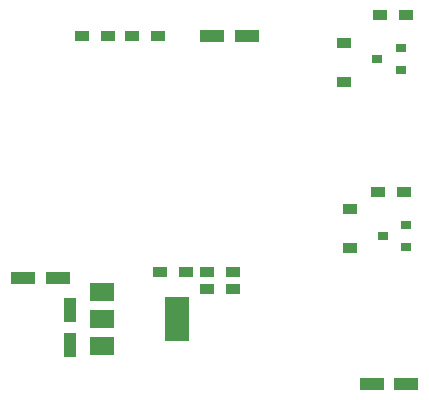
<source format=gbp>
G04 #@! TF.GenerationSoftware,KiCad,Pcbnew,no-vcs-found-aeac415~59~ubuntu16.04.1*
G04 #@! TF.CreationDate,2017-08-24T16:14:04+03:00*
G04 #@! TF.ProjectId,wifi_lights,776966695F6C69676874732E6B696361,rev?*
G04 #@! TF.SameCoordinates,Original*
G04 #@! TF.FileFunction,Paste,Bot*
G04 #@! TF.FilePolarity,Positive*
%FSLAX46Y46*%
G04 Gerber Fmt 4.6, Leading zero omitted, Abs format (unit mm)*
G04 Created by KiCad (PCBNEW no-vcs-found-aeac415~59~ubuntu16.04.1) date Thu Aug 24 16:14:04 2017*
%MOMM*%
%LPD*%
G01*
G04 APERTURE LIST*
%ADD10R,1.200000X0.900000*%
%ADD11R,0.900000X0.800000*%
%ADD12R,2.000000X1.500000*%
%ADD13R,2.000000X3.800000*%
%ADD14R,2.150000X1.100000*%
%ADD15R,1.100000X2.150000*%
G04 APERTURE END LIST*
D10*
X131250000Y-67600000D03*
X131250000Y-70900000D03*
X131750000Y-85000000D03*
X131750000Y-81700000D03*
D11*
X134000000Y-69000000D03*
X136000000Y-69950000D03*
X136000000Y-68050000D03*
X136500000Y-83000000D03*
X136500000Y-84900000D03*
X134500000Y-83950000D03*
D10*
X113300000Y-67000000D03*
X115500000Y-67000000D03*
X111250000Y-67000000D03*
X109050000Y-67000000D03*
X119650000Y-88500000D03*
X121850000Y-88500000D03*
X117850000Y-87000000D03*
X115650000Y-87000000D03*
X121850000Y-87000000D03*
X119650000Y-87000000D03*
X136450000Y-65250000D03*
X134250000Y-65250000D03*
X134050000Y-80250000D03*
X136250000Y-80250000D03*
D12*
X110750000Y-93300000D03*
X110750000Y-88700000D03*
X110750000Y-91000000D03*
D13*
X117050000Y-91000000D03*
D14*
X106975000Y-87500000D03*
X104025000Y-87500000D03*
D15*
X108000000Y-93225000D03*
X108000000Y-90275000D03*
D14*
X133550000Y-96500000D03*
X136500000Y-96500000D03*
X120025000Y-67000000D03*
X122975000Y-67000000D03*
M02*

</source>
